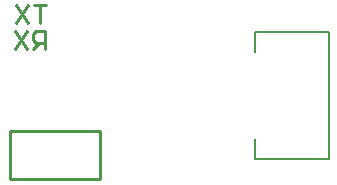
<source format=gbo>
G04*
G04 #@! TF.GenerationSoftware,Altium Limited,Altium Designer,21.6.4 (81)*
G04*
G04 Layer_Color=32896*
%FSLAX44Y44*%
%MOMM*%
G71*
G04*
G04 #@! TF.SameCoordinates,886655C1-92EC-40BA-A99E-831138A1A13E*
G04*
G04*
G04 #@! TF.FilePolarity,Positive*
G04*
G01*
G75*
%ADD12C,0.2540*%
%ADD14C,0.1524*%
D12*
X22606Y2794D02*
X98806D01*
X22606Y43434D02*
X98806D01*
Y2794D02*
Y43434D01*
X22606Y2794D02*
Y43434D01*
X53340Y149855D02*
X43183D01*
X48262D01*
Y134620D01*
X38105Y149855D02*
X27948Y134620D01*
Y149855D02*
X38105Y134620D01*
X52832Y113030D02*
Y128265D01*
X45215D01*
X42675Y125726D01*
Y120647D01*
X45215Y118108D01*
X52832D01*
X47754D02*
X42675Y113030D01*
X37597Y128265D02*
X27440Y113030D01*
Y128265D02*
X37597Y113030D01*
D14*
X230202Y110783D02*
Y127621D01*
Y20179D02*
Y37016D01*
Y127621D02*
X292686D01*
Y20179D02*
Y127621D01*
X230202Y20179D02*
X292686D01*
M02*

</source>
